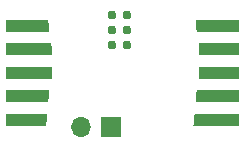
<source format=gbr>
%TF.GenerationSoftware,KiCad,Pcbnew,8.0.7*%
%TF.CreationDate,2025-01-17T17:05:41+01:00*%
%TF.ProjectId,board,626f6172-642e-46b6-9963-61645f706362,rev?*%
%TF.SameCoordinates,Original*%
%TF.FileFunction,Soldermask,Bot*%
%TF.FilePolarity,Negative*%
%FSLAX46Y46*%
G04 Gerber Fmt 4.6, Leading zero omitted, Abs format (unit mm)*
G04 Created by KiCad (PCBNEW 8.0.7) date 2025-01-17 17:05:41*
%MOMM*%
%LPD*%
G01*
G04 APERTURE LIST*
G04 Aperture macros list*
%AMFreePoly0*
4,1,5,0.500000,-1.800000,-0.500000,-1.800000,-0.500000,1.800000,0.500000,1.900000,0.500000,-1.800000,0.500000,-1.800000,$1*%
%AMFreePoly1*
4,1,5,0.500000,-1.500000,-0.500000,-1.500000,-0.500000,2.300000,0.500000,2.400000,0.500000,-1.500000,0.500000,-1.500000,$1*%
%AMFreePoly2*
4,1,5,0.500000,1.800000,0.500000,-1.800000,-0.500000,-1.800000,-0.500000,1.900000,0.500000,1.800000,0.500000,1.800000,$1*%
%AMFreePoly3*
4,1,5,0.500000,1.700000,0.500000,-1.700000,-0.500000,-1.700000,-0.500000,1.800000,0.500000,1.700000,0.500000,1.700000,$1*%
%AMFreePoly4*
4,1,5,0.500000,1.900000,0.500000,-1.900000,-0.500000,-1.900000,-0.500000,2.000000,0.500000,1.900000,0.500000,1.900000,$1*%
G04 Aperture macros list end*
%ADD10R,1.700000X1.700000*%
%ADD11O,1.700000X1.700000*%
%ADD12C,0.770000*%
%ADD13FreePoly0,270.000000*%
%ADD14FreePoly1,270.000000*%
%ADD15R,4.000000X1.000000*%
%ADD16FreePoly2,270.000000*%
%ADD17FreePoly3,270.000000*%
%ADD18FreePoly0,90.000000*%
%ADD19R,3.500000X1.000000*%
%ADD20FreePoly2,90.000000*%
%ADD21FreePoly4,90.000000*%
G04 APERTURE END LIST*
D10*
%TO.C,J3*%
X149500000Y-101100000D03*
D11*
X146960000Y-101100000D03*
%TD*%
D12*
%TO.C,U1*%
X149550000Y-91580000D03*
X149550000Y-92880000D03*
X149550000Y-94180000D03*
X150850000Y-91580000D03*
X150850000Y-92880000D03*
X150850000Y-94180000D03*
%TD*%
D13*
%TO.C,J2*%
X142400000Y-92500000D03*
D14*
X142100000Y-94500000D03*
D15*
X142600000Y-96500000D03*
D16*
X142400000Y-98500000D03*
D17*
X142300000Y-100500000D03*
%TD*%
D18*
%TO.C,J1*%
X158600000Y-92500000D03*
D19*
X158650000Y-94500000D03*
X158650000Y-96500000D03*
D20*
X158600000Y-98500000D03*
D21*
X158500000Y-100500000D03*
%TD*%
M02*

</source>
